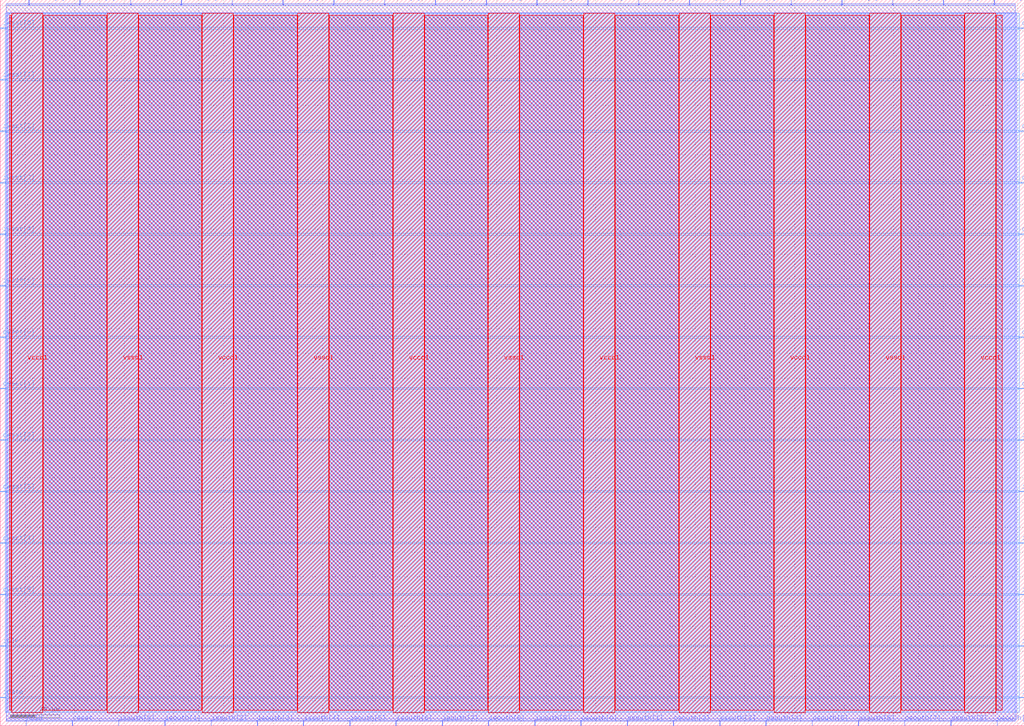
<source format=lef>
VERSION 5.7 ;
  NOWIREEXTENSIONATPIN ON ;
  DIVIDERCHAR "/" ;
  BUSBITCHARS "[]" ;
MACRO chaos_subarray
  CLASS BLOCK ;
  FOREIGN chaos_subarray ;
  ORIGIN 0.000 0.000 ;
  SIZE 825.000 BY 585.000 ;
  PIN hold
    DIRECTION INPUT ;
    USE SIGNAL ;
    PORT
      LAYER met2 ;
        RECT 20.790 0.000 21.070 4.000 ;
    END
  END hold
  PIN iclk
    DIRECTION INPUT ;
    USE SIGNAL ;
    PORT
      LAYER met3 ;
        RECT 0.000 63.960 4.000 64.560 ;
    END
  END iclk
  PIN idata
    DIRECTION INPUT ;
    USE SIGNAL ;
    PORT
      LAYER met3 ;
        RECT 0.000 22.480 4.000 23.080 ;
    END
  END idata
  PIN ieast[0]
    DIRECTION INPUT ;
    USE SIGNAL ;
    PORT
      LAYER met3 ;
        RECT 821.000 22.480 825.000 23.080 ;
    END
  END ieast[0]
  PIN ieast[1]
    DIRECTION INPUT ;
    USE SIGNAL ;
    PORT
      LAYER met3 ;
        RECT 821.000 63.960 825.000 64.560 ;
    END
  END ieast[1]
  PIN ieast[2]
    DIRECTION INPUT ;
    USE SIGNAL ;
    PORT
      LAYER met3 ;
        RECT 821.000 105.440 825.000 106.040 ;
    END
  END ieast[2]
  PIN ieast[3]
    DIRECTION INPUT ;
    USE SIGNAL ;
    PORT
      LAYER met3 ;
        RECT 821.000 146.920 825.000 147.520 ;
    END
  END ieast[3]
  PIN ieast[4]
    DIRECTION INPUT ;
    USE SIGNAL ;
    PORT
      LAYER met3 ;
        RECT 821.000 188.400 825.000 189.000 ;
    END
  END ieast[4]
  PIN ieast[5]
    DIRECTION INPUT ;
    USE SIGNAL ;
    PORT
      LAYER met3 ;
        RECT 821.000 229.880 825.000 230.480 ;
    END
  END ieast[5]
  PIN inorth[0]
    DIRECTION INPUT ;
    USE SIGNAL ;
    PORT
      LAYER met2 ;
        RECT 800.950 581.000 801.230 585.000 ;
    END
  END inorth[0]
  PIN inorth[1]
    DIRECTION INPUT ;
    USE SIGNAL ;
    PORT
      LAYER met2 ;
        RECT 760.010 581.000 760.290 585.000 ;
    END
  END inorth[1]
  PIN inorth[2]
    DIRECTION INPUT ;
    USE SIGNAL ;
    PORT
      LAYER met2 ;
        RECT 719.070 581.000 719.350 585.000 ;
    END
  END inorth[2]
  PIN inorth[3]
    DIRECTION INPUT ;
    USE SIGNAL ;
    PORT
      LAYER met2 ;
        RECT 678.130 581.000 678.410 585.000 ;
    END
  END inorth[3]
  PIN inorth[4]
    DIRECTION INPUT ;
    USE SIGNAL ;
    PORT
      LAYER met2 ;
        RECT 637.190 581.000 637.470 585.000 ;
    END
  END inorth[4]
  PIN inorth[5]
    DIRECTION INPUT ;
    USE SIGNAL ;
    PORT
      LAYER met2 ;
        RECT 596.250 581.000 596.530 585.000 ;
    END
  END inorth[5]
  PIN inorth[6]
    DIRECTION INPUT ;
    USE SIGNAL ;
    PORT
      LAYER met2 ;
        RECT 555.310 581.000 555.590 585.000 ;
    END
  END inorth[6]
  PIN inorth[7]
    DIRECTION INPUT ;
    USE SIGNAL ;
    PORT
      LAYER met2 ;
        RECT 514.370 581.000 514.650 585.000 ;
    END
  END inorth[7]
  PIN inorth[8]
    DIRECTION INPUT ;
    USE SIGNAL ;
    PORT
      LAYER met2 ;
        RECT 473.430 581.000 473.710 585.000 ;
    END
  END inorth[8]
  PIN inorth[9]
    DIRECTION INPUT ;
    USE SIGNAL ;
    PORT
      LAYER met2 ;
        RECT 432.490 581.000 432.770 585.000 ;
    END
  END inorth[9]
  PIN isouth[0]
    DIRECTION INPUT ;
    USE SIGNAL ;
    PORT
      LAYER met2 ;
        RECT 95.310 0.000 95.590 4.000 ;
    END
  END isouth[0]
  PIN isouth[1]
    DIRECTION INPUT ;
    USE SIGNAL ;
    PORT
      LAYER met2 ;
        RECT 132.570 0.000 132.850 4.000 ;
    END
  END isouth[1]
  PIN isouth[2]
    DIRECTION INPUT ;
    USE SIGNAL ;
    PORT
      LAYER met2 ;
        RECT 169.830 0.000 170.110 4.000 ;
    END
  END isouth[2]
  PIN isouth[3]
    DIRECTION INPUT ;
    USE SIGNAL ;
    PORT
      LAYER met2 ;
        RECT 207.090 0.000 207.370 4.000 ;
    END
  END isouth[3]
  PIN isouth[4]
    DIRECTION INPUT ;
    USE SIGNAL ;
    PORT
      LAYER met2 ;
        RECT 244.350 0.000 244.630 4.000 ;
    END
  END isouth[4]
  PIN isouth[5]
    DIRECTION INPUT ;
    USE SIGNAL ;
    PORT
      LAYER met2 ;
        RECT 281.610 0.000 281.890 4.000 ;
    END
  END isouth[5]
  PIN isouth[6]
    DIRECTION INPUT ;
    USE SIGNAL ;
    PORT
      LAYER met2 ;
        RECT 318.870 0.000 319.150 4.000 ;
    END
  END isouth[6]
  PIN isouth[7]
    DIRECTION INPUT ;
    USE SIGNAL ;
    PORT
      LAYER met2 ;
        RECT 356.130 0.000 356.410 4.000 ;
    END
  END isouth[7]
  PIN isouth[8]
    DIRECTION INPUT ;
    USE SIGNAL ;
    PORT
      LAYER met2 ;
        RECT 393.390 0.000 393.670 4.000 ;
    END
  END isouth[8]
  PIN isouth[9]
    DIRECTION INPUT ;
    USE SIGNAL ;
    PORT
      LAYER met2 ;
        RECT 430.650 0.000 430.930 4.000 ;
    END
  END isouth[9]
  PIN iwest[0]
    DIRECTION INPUT ;
    USE SIGNAL ;
    PORT
      LAYER met3 ;
        RECT 0.000 561.720 4.000 562.320 ;
    END
  END iwest[0]
  PIN iwest[1]
    DIRECTION INPUT ;
    USE SIGNAL ;
    PORT
      LAYER met3 ;
        RECT 0.000 520.240 4.000 520.840 ;
    END
  END iwest[1]
  PIN iwest[2]
    DIRECTION INPUT ;
    USE SIGNAL ;
    PORT
      LAYER met3 ;
        RECT 0.000 478.760 4.000 479.360 ;
    END
  END iwest[2]
  PIN iwest[3]
    DIRECTION INPUT ;
    USE SIGNAL ;
    PORT
      LAYER met3 ;
        RECT 0.000 437.280 4.000 437.880 ;
    END
  END iwest[3]
  PIN iwest[4]
    DIRECTION INPUT ;
    USE SIGNAL ;
    PORT
      LAYER met3 ;
        RECT 0.000 395.800 4.000 396.400 ;
    END
  END iwest[4]
  PIN iwest[5]
    DIRECTION INPUT ;
    USE SIGNAL ;
    PORT
      LAYER met3 ;
        RECT 0.000 354.320 4.000 354.920 ;
    END
  END iwest[5]
  PIN oclk
    DIRECTION OUTPUT TRISTATE ;
    USE SIGNAL ;
    PORT
      LAYER met3 ;
        RECT 821.000 520.240 825.000 520.840 ;
    END
  END oclk
  PIN odata
    DIRECTION OUTPUT TRISTATE ;
    USE SIGNAL ;
    PORT
      LAYER met3 ;
        RECT 821.000 561.720 825.000 562.320 ;
    END
  END odata
  PIN oeast[0]
    DIRECTION OUTPUT TRISTATE ;
    USE SIGNAL ;
    PORT
      LAYER met3 ;
        RECT 821.000 271.360 825.000 271.960 ;
    END
  END oeast[0]
  PIN oeast[1]
    DIRECTION OUTPUT TRISTATE ;
    USE SIGNAL ;
    PORT
      LAYER met3 ;
        RECT 821.000 312.840 825.000 313.440 ;
    END
  END oeast[1]
  PIN oeast[2]
    DIRECTION OUTPUT TRISTATE ;
    USE SIGNAL ;
    PORT
      LAYER met3 ;
        RECT 821.000 354.320 825.000 354.920 ;
    END
  END oeast[2]
  PIN oeast[3]
    DIRECTION OUTPUT TRISTATE ;
    USE SIGNAL ;
    PORT
      LAYER met3 ;
        RECT 821.000 395.800 825.000 396.400 ;
    END
  END oeast[3]
  PIN oeast[4]
    DIRECTION OUTPUT TRISTATE ;
    USE SIGNAL ;
    PORT
      LAYER met3 ;
        RECT 821.000 437.280 825.000 437.880 ;
    END
  END oeast[4]
  PIN oeast[5]
    DIRECTION OUTPUT TRISTATE ;
    USE SIGNAL ;
    PORT
      LAYER met3 ;
        RECT 821.000 478.760 825.000 479.360 ;
    END
  END oeast[5]
  PIN onorth[0]
    DIRECTION OUTPUT TRISTATE ;
    USE SIGNAL ;
    PORT
      LAYER met2 ;
        RECT 391.550 581.000 391.830 585.000 ;
    END
  END onorth[0]
  PIN onorth[1]
    DIRECTION OUTPUT TRISTATE ;
    USE SIGNAL ;
    PORT
      LAYER met2 ;
        RECT 350.610 581.000 350.890 585.000 ;
    END
  END onorth[1]
  PIN onorth[2]
    DIRECTION OUTPUT TRISTATE ;
    USE SIGNAL ;
    PORT
      LAYER met2 ;
        RECT 309.670 581.000 309.950 585.000 ;
    END
  END onorth[2]
  PIN onorth[3]
    DIRECTION OUTPUT TRISTATE ;
    USE SIGNAL ;
    PORT
      LAYER met2 ;
        RECT 268.730 581.000 269.010 585.000 ;
    END
  END onorth[3]
  PIN onorth[4]
    DIRECTION OUTPUT TRISTATE ;
    USE SIGNAL ;
    PORT
      LAYER met2 ;
        RECT 227.790 581.000 228.070 585.000 ;
    END
  END onorth[4]
  PIN onorth[5]
    DIRECTION OUTPUT TRISTATE ;
    USE SIGNAL ;
    PORT
      LAYER met2 ;
        RECT 186.850 581.000 187.130 585.000 ;
    END
  END onorth[5]
  PIN onorth[6]
    DIRECTION OUTPUT TRISTATE ;
    USE SIGNAL ;
    PORT
      LAYER met2 ;
        RECT 145.910 581.000 146.190 585.000 ;
    END
  END onorth[6]
  PIN onorth[7]
    DIRECTION OUTPUT TRISTATE ;
    USE SIGNAL ;
    PORT
      LAYER met2 ;
        RECT 104.970 581.000 105.250 585.000 ;
    END
  END onorth[7]
  PIN onorth[8]
    DIRECTION OUTPUT TRISTATE ;
    USE SIGNAL ;
    PORT
      LAYER met2 ;
        RECT 64.030 581.000 64.310 585.000 ;
    END
  END onorth[8]
  PIN onorth[9]
    DIRECTION OUTPUT TRISTATE ;
    USE SIGNAL ;
    PORT
      LAYER met2 ;
        RECT 23.090 581.000 23.370 585.000 ;
    END
  END onorth[9]
  PIN osouth[0]
    DIRECTION OUTPUT TRISTATE ;
    USE SIGNAL ;
    PORT
      LAYER met2 ;
        RECT 467.910 0.000 468.190 4.000 ;
    END
  END osouth[0]
  PIN osouth[1]
    DIRECTION OUTPUT TRISTATE ;
    USE SIGNAL ;
    PORT
      LAYER met2 ;
        RECT 505.170 0.000 505.450 4.000 ;
    END
  END osouth[1]
  PIN osouth[2]
    DIRECTION OUTPUT TRISTATE ;
    USE SIGNAL ;
    PORT
      LAYER met2 ;
        RECT 542.430 0.000 542.710 4.000 ;
    END
  END osouth[2]
  PIN osouth[3]
    DIRECTION OUTPUT TRISTATE ;
    USE SIGNAL ;
    PORT
      LAYER met2 ;
        RECT 579.690 0.000 579.970 4.000 ;
    END
  END osouth[3]
  PIN osouth[4]
    DIRECTION OUTPUT TRISTATE ;
    USE SIGNAL ;
    PORT
      LAYER met2 ;
        RECT 616.950 0.000 617.230 4.000 ;
    END
  END osouth[4]
  PIN osouth[5]
    DIRECTION OUTPUT TRISTATE ;
    USE SIGNAL ;
    PORT
      LAYER met2 ;
        RECT 654.210 0.000 654.490 4.000 ;
    END
  END osouth[5]
  PIN osouth[6]
    DIRECTION OUTPUT TRISTATE ;
    USE SIGNAL ;
    PORT
      LAYER met2 ;
        RECT 691.470 0.000 691.750 4.000 ;
    END
  END osouth[6]
  PIN osouth[7]
    DIRECTION OUTPUT TRISTATE ;
    USE SIGNAL ;
    PORT
      LAYER met2 ;
        RECT 728.730 0.000 729.010 4.000 ;
    END
  END osouth[7]
  PIN osouth[8]
    DIRECTION OUTPUT TRISTATE ;
    USE SIGNAL ;
    PORT
      LAYER met2 ;
        RECT 765.990 0.000 766.270 4.000 ;
    END
  END osouth[8]
  PIN osouth[9]
    DIRECTION OUTPUT TRISTATE ;
    USE SIGNAL ;
    PORT
      LAYER met2 ;
        RECT 803.250 0.000 803.530 4.000 ;
    END
  END osouth[9]
  PIN owest[0]
    DIRECTION OUTPUT TRISTATE ;
    USE SIGNAL ;
    PORT
      LAYER met3 ;
        RECT 0.000 312.840 4.000 313.440 ;
    END
  END owest[0]
  PIN owest[1]
    DIRECTION OUTPUT TRISTATE ;
    USE SIGNAL ;
    PORT
      LAYER met3 ;
        RECT 0.000 271.360 4.000 271.960 ;
    END
  END owest[1]
  PIN owest[2]
    DIRECTION OUTPUT TRISTATE ;
    USE SIGNAL ;
    PORT
      LAYER met3 ;
        RECT 0.000 229.880 4.000 230.480 ;
    END
  END owest[2]
  PIN owest[3]
    DIRECTION OUTPUT TRISTATE ;
    USE SIGNAL ;
    PORT
      LAYER met3 ;
        RECT 0.000 188.400 4.000 189.000 ;
    END
  END owest[3]
  PIN owest[4]
    DIRECTION OUTPUT TRISTATE ;
    USE SIGNAL ;
    PORT
      LAYER met3 ;
        RECT 0.000 146.920 4.000 147.520 ;
    END
  END owest[4]
  PIN owest[5]
    DIRECTION OUTPUT TRISTATE ;
    USE SIGNAL ;
    PORT
      LAYER met3 ;
        RECT 0.000 105.440 4.000 106.040 ;
    END
  END owest[5]
  PIN reset
    DIRECTION INPUT ;
    USE SIGNAL ;
    PORT
      LAYER met2 ;
        RECT 58.050 0.000 58.330 4.000 ;
    END
  END reset
  PIN vccd1
    DIRECTION INOUT ;
    USE POWER ;
    PORT
      LAYER met4 ;
        RECT 9.340 10.640 34.340 574.160 ;
    END
    PORT
      LAYER met4 ;
        RECT 162.940 10.640 187.940 574.160 ;
    END
    PORT
      LAYER met4 ;
        RECT 316.540 10.640 341.540 574.160 ;
    END
    PORT
      LAYER met4 ;
        RECT 470.140 10.640 495.140 574.160 ;
    END
    PORT
      LAYER met4 ;
        RECT 623.740 10.640 648.740 574.160 ;
    END
    PORT
      LAYER met4 ;
        RECT 777.340 10.640 802.340 574.160 ;
    END
  END vccd1
  PIN vssd1
    DIRECTION INOUT ;
    USE GROUND ;
    PORT
      LAYER met4 ;
        RECT 86.140 10.640 111.140 574.160 ;
    END
    PORT
      LAYER met4 ;
        RECT 239.740 10.640 264.740 574.160 ;
    END
    PORT
      LAYER met4 ;
        RECT 393.340 10.640 418.340 574.160 ;
    END
    PORT
      LAYER met4 ;
        RECT 546.940 10.640 571.940 574.160 ;
    END
    PORT
      LAYER met4 ;
        RECT 700.540 10.640 725.540 574.160 ;
    END
  END vssd1
  OBS
      LAYER li1 ;
        RECT 5.520 10.795 819.260 574.005 ;
      LAYER met1 ;
        RECT 4.670 5.820 819.260 574.560 ;
      LAYER met2 ;
        RECT 4.700 580.720 22.810 581.810 ;
        RECT 23.650 580.720 63.750 581.810 ;
        RECT 64.590 580.720 104.690 581.810 ;
        RECT 105.530 580.720 145.630 581.810 ;
        RECT 146.470 580.720 186.570 581.810 ;
        RECT 187.410 580.720 227.510 581.810 ;
        RECT 228.350 580.720 268.450 581.810 ;
        RECT 269.290 580.720 309.390 581.810 ;
        RECT 310.230 580.720 350.330 581.810 ;
        RECT 351.170 580.720 391.270 581.810 ;
        RECT 392.110 580.720 432.210 581.810 ;
        RECT 433.050 580.720 473.150 581.810 ;
        RECT 473.990 580.720 514.090 581.810 ;
        RECT 514.930 580.720 555.030 581.810 ;
        RECT 555.870 580.720 595.970 581.810 ;
        RECT 596.810 580.720 636.910 581.810 ;
        RECT 637.750 580.720 677.850 581.810 ;
        RECT 678.690 580.720 718.790 581.810 ;
        RECT 719.630 580.720 759.730 581.810 ;
        RECT 760.570 580.720 800.670 581.810 ;
        RECT 801.510 580.720 817.780 581.810 ;
        RECT 4.700 4.280 817.780 580.720 ;
        RECT 4.700 3.670 20.510 4.280 ;
        RECT 21.350 3.670 57.770 4.280 ;
        RECT 58.610 3.670 95.030 4.280 ;
        RECT 95.870 3.670 132.290 4.280 ;
        RECT 133.130 3.670 169.550 4.280 ;
        RECT 170.390 3.670 206.810 4.280 ;
        RECT 207.650 3.670 244.070 4.280 ;
        RECT 244.910 3.670 281.330 4.280 ;
        RECT 282.170 3.670 318.590 4.280 ;
        RECT 319.430 3.670 355.850 4.280 ;
        RECT 356.690 3.670 393.110 4.280 ;
        RECT 393.950 3.670 430.370 4.280 ;
        RECT 431.210 3.670 467.630 4.280 ;
        RECT 468.470 3.670 504.890 4.280 ;
        RECT 505.730 3.670 542.150 4.280 ;
        RECT 542.990 3.670 579.410 4.280 ;
        RECT 580.250 3.670 616.670 4.280 ;
        RECT 617.510 3.670 653.930 4.280 ;
        RECT 654.770 3.670 691.190 4.280 ;
        RECT 692.030 3.670 728.450 4.280 ;
        RECT 729.290 3.670 765.710 4.280 ;
        RECT 766.550 3.670 802.970 4.280 ;
        RECT 803.810 3.670 817.780 4.280 ;
      LAYER met3 ;
        RECT 4.000 562.720 821.000 574.085 ;
        RECT 4.400 561.320 820.600 562.720 ;
        RECT 4.000 521.240 821.000 561.320 ;
        RECT 4.400 519.840 820.600 521.240 ;
        RECT 4.000 479.760 821.000 519.840 ;
        RECT 4.400 478.360 820.600 479.760 ;
        RECT 4.000 438.280 821.000 478.360 ;
        RECT 4.400 436.880 820.600 438.280 ;
        RECT 4.000 396.800 821.000 436.880 ;
        RECT 4.400 395.400 820.600 396.800 ;
        RECT 4.000 355.320 821.000 395.400 ;
        RECT 4.400 353.920 820.600 355.320 ;
        RECT 4.000 313.840 821.000 353.920 ;
        RECT 4.400 312.440 820.600 313.840 ;
        RECT 4.000 272.360 821.000 312.440 ;
        RECT 4.400 270.960 820.600 272.360 ;
        RECT 4.000 230.880 821.000 270.960 ;
        RECT 4.400 229.480 820.600 230.880 ;
        RECT 4.000 189.400 821.000 229.480 ;
        RECT 4.400 188.000 820.600 189.400 ;
        RECT 4.000 147.920 821.000 188.000 ;
        RECT 4.400 146.520 820.600 147.920 ;
        RECT 4.000 106.440 821.000 146.520 ;
        RECT 4.400 105.040 820.600 106.440 ;
        RECT 4.000 64.960 821.000 105.040 ;
        RECT 4.400 63.560 820.600 64.960 ;
        RECT 4.000 23.480 821.000 63.560 ;
        RECT 4.400 22.080 820.600 23.480 ;
        RECT 4.000 10.715 821.000 22.080 ;
      LAYER met4 ;
        RECT 7.655 12.415 8.940 572.385 ;
        RECT 34.740 12.415 85.740 572.385 ;
        RECT 111.540 12.415 162.540 572.385 ;
        RECT 188.340 12.415 239.340 572.385 ;
        RECT 265.140 12.415 316.140 572.385 ;
        RECT 341.940 12.415 392.940 572.385 ;
        RECT 418.740 12.415 469.740 572.385 ;
        RECT 495.540 12.415 546.540 572.385 ;
        RECT 572.340 12.415 623.340 572.385 ;
        RECT 649.140 12.415 700.140 572.385 ;
        RECT 725.940 12.415 776.940 572.385 ;
        RECT 802.740 12.415 807.465 572.385 ;
  END
END chaos_subarray
END LIBRARY


</source>
